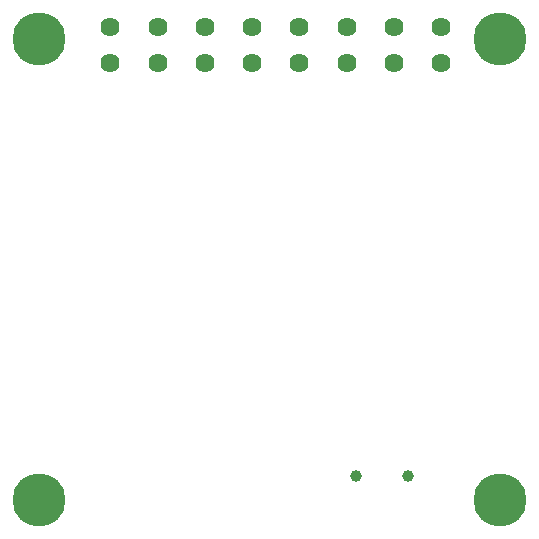
<source format=gbr>
G04 #@! TF.GenerationSoftware,KiCad,Pcbnew,5.1.6*
G04 #@! TF.CreationDate,2020-06-26T20:36:41-07:00*
G04 #@! TF.ProjectId,MegaBote,4d656761-426f-4746-952e-6b696361645f,rev?*
G04 #@! TF.SameCoordinates,Original*
G04 #@! TF.FileFunction,Soldermask,Bot*
G04 #@! TF.FilePolarity,Negative*
%FSLAX46Y46*%
G04 Gerber Fmt 4.6, Leading zero omitted, Abs format (unit mm)*
G04 Created by KiCad (PCBNEW 5.1.6) date 2020-06-26 20:36:41*
%MOMM*%
%LPD*%
G01*
G04 APERTURE LIST*
%ADD10C,1.624000*%
%ADD11C,0.800000*%
%ADD12C,4.500000*%
%ADD13C,1.000000*%
G04 APERTURE END LIST*
D10*
X179000000Y-92000000D03*
X183000000Y-92000000D03*
X187000000Y-92000000D03*
X191000000Y-92000000D03*
X195000000Y-92000000D03*
X199000000Y-92000000D03*
X203000000Y-92000000D03*
X207000000Y-92000000D03*
X179000000Y-95000000D03*
X183000000Y-95000000D03*
X187000000Y-95000000D03*
X191000000Y-95000000D03*
X195000000Y-95000000D03*
X199000000Y-95000000D03*
X203000000Y-95000000D03*
X207000000Y-95000000D03*
D11*
X174166726Y-91833274D03*
X173000000Y-91350000D03*
X171833274Y-91833274D03*
X171350000Y-93000000D03*
X171833274Y-94166726D03*
X173000000Y-94650000D03*
X174166726Y-94166726D03*
X174650000Y-93000000D03*
D12*
X173000000Y-93000000D03*
X173000000Y-132000000D03*
D11*
X174650000Y-132000000D03*
X174166726Y-133166726D03*
X173000000Y-133650000D03*
X171833274Y-133166726D03*
X171350000Y-132000000D03*
X171833274Y-130833274D03*
X173000000Y-130350000D03*
X174166726Y-130833274D03*
D12*
X212000000Y-93000000D03*
D11*
X213650000Y-93000000D03*
X213166726Y-94166726D03*
X212000000Y-94650000D03*
X210833274Y-94166726D03*
X210350000Y-93000000D03*
X210833274Y-91833274D03*
X212000000Y-91350000D03*
X213166726Y-91833274D03*
X213166726Y-130833274D03*
X212000000Y-130350000D03*
X210833274Y-130833274D03*
X210350000Y-132000000D03*
X210833274Y-133166726D03*
X212000000Y-133650000D03*
X213166726Y-133166726D03*
X213650000Y-132000000D03*
D12*
X212000000Y-132000000D03*
D13*
X199800000Y-130000000D03*
X204200000Y-130000000D03*
M02*

</source>
